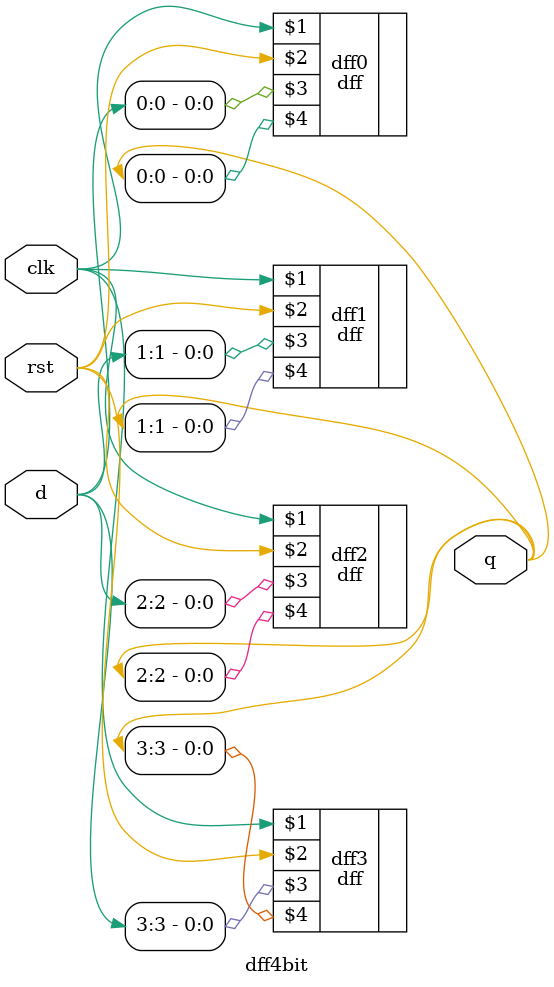
<source format=v>

module dff4bit(clk, rst, d, q);
    input clk, rst; // inputs: clock and reset
    input [3:0] d; // 4-bit data input
    output [3:0] q; // 4-bit data output
    // in this case, q is declared as a wire, not a reg
    // because "Q" as registers are hidden inside the dff module

    dff dff0(clk, rst, d[0], q[0]); // instantiate 4 D flip-flops for each bit of the input
    dff dff1(clk, rst, d[1], q[1]);
    dff dff2(clk, rst, d[2], q[2]);
    dff dff3(clk, rst, d[3], q[3]);


endmodule
</source>
